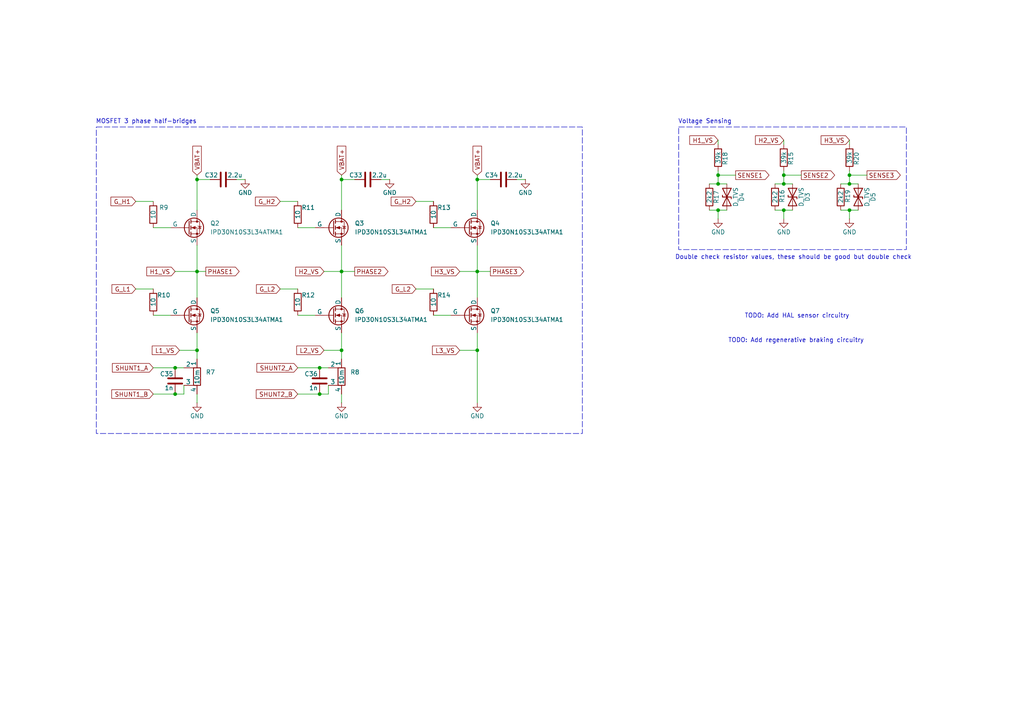
<source format=kicad_sch>
(kicad_sch (version 20250114) (generator "eeschema") (generator_version "9.0")
  (paper "A4")
  (lib_symbols
    (symbol "Device:C" (pin_numbers (hide yes)) (pin_names (offset 0.254))
      (property "Reference" "C" (at 0.635 2.54 0))
      (property "Value" "C" (at 0.635 -2.54 0))
      (symbol "C_0_1"
        (polyline (pts (xy -2.032 0.762) (xy 2.032 0.762)) (stroke (width 0.508)))
        (polyline (pts (xy -2.032 -0.762) (xy 2.032 -0.762)) (stroke (width 0.508)))
      )
      (symbol "C_1_1"
        (pin passive line (at 0 3.81 270) (length 2.794) (name "~") (number "1"))
        (pin passive line (at 0 -3.81 90) (length 2.794) (name "~") (number "2"))
      )
    )
    (symbol "Device:D_TVS" (pin_numbers (hide yes)) (pin_names (offset 1.016) (hide yes))
      (property "Reference" "D" (at 0 2.54 0))
      (property "Value" "D_TVS" (at 0 -2.54 0))
      (symbol "D_TVS_0_1"
        (polyline (pts (xy -2.54 1.27) (xy -2.54 -1.27) (xy 2.54 1.27) (xy 2.54 -1.27) (xy -2.54 1.27)) (stroke (width 0.254)))
        (polyline (pts (xy 0.508 1.27) (xy 0 1.27) (xy 0 -1.27) (xy -0.508 -1.27)) (stroke (width 0.254)))
        (polyline (pts (xy 1.27 0) (xy -1.27 0)))
      )
      (symbol "D_TVS_1_1"
        (pin passive line (at -3.81 0 0) (length 2.54) (name "A1") (number "1"))
        (pin passive line (at 3.81 0 180) (length 2.54) (name "A2") (number "2"))
      )
    )
    (symbol "Device:R" (pin_numbers (hide yes)) (pin_names (offset 0))
      (property "Reference" "R" (at 2.032 0 90))
      (property "Value" "R" (at 0 0 90))
      (symbol "R_0_1"
        (rectangle (start -1.016 -2.54) (end 1.016 2.54) (stroke (width 0.254)))
      )
      (symbol "R_1_1"
        (pin passive line (at 0 3.81 270) (length 1.27) (name "~") (number "1"))
        (pin passive line (at 0 -3.81 90) (length 1.27) (name "~") (number "2"))
      )
    )
    (symbol "Device:R_Shunt" (pin_numbers (hide yes)) (pin_names (offset 0))
      (property "Reference" "R" (at -4.445 0 90))
      (property "Value" "R_Shunt" (at -2.54 0 90))
      (symbol "R_Shunt_0_1"
        (rectangle (start -1.016 -2.54) (end 1.016 2.54) (stroke (width 0.254)))
        (polyline (pts (xy 0 -2.54) (xy 1.27 -2.54)))
        (polyline (pts (xy 1.27 2.54) (xy 0 2.54)))
      )
      (symbol "R_Shunt_1_1"
        (pin passive line (at 0 5.08 270) (length 2.54) (name "1") (number "1"))
        (pin passive line (at 0 -5.08 90) (length 2.54) (name "4") (number "4"))
        (pin passive line (at 3.81 2.54 180) (length 2.54) (name "2") (number "2"))
        (pin passive line (at 3.81 -2.54 180) (length 2.54) (name "3") (number "3"))
      )
    )
    (symbol "Simulation_SPICE:NMOS" (pin_numbers (hide yes)) (pin_names (offset 0))
      (property "Reference" "Q" (at 5.08 1.27 0))
      (property "Value" "NMOS" (at 5.08 -1.27 0))
      (symbol "NMOS_0_1"
        (polyline (pts (xy 0.254 1.905) (xy 0.254 -1.905)) (stroke (width 0.254)))
        (polyline (pts (xy 0.254 0) (xy -2.54 0)))
        (polyline (pts (xy 0.762 2.286) (xy 0.762 1.27)) (stroke (width 0.254)))
        (polyline (pts (xy 0.762 0.508) (xy 0.762 -0.508)) (stroke (width 0.254)))
        (polyline (pts (xy 0.762 -1.27) (xy 0.762 -2.286)) (stroke (width 0.254)))
        (polyline (pts (xy 0.762 -1.778) (xy 3.302 -1.778) (xy 3.302 1.778) (xy 0.762 1.778)))
        (polyline (pts (xy 1.016 0) (xy 2.032 0.381) (xy 2.032 -0.381) (xy 1.016 0)) (fill (type outline)))
        (circle (center 1.651 0) (radius 2.794) (stroke (width 0.254)))
        (polyline (pts (xy 2.54 2.54) (xy 2.54 1.778)))
        (circle (center 2.54 1.778) (radius 0.254) (fill (type outline)))
        (circle (center 2.54 -1.778) (radius 0.254) (fill (type outline)))
        (polyline (pts (xy 2.54 -2.54) (xy 2.54 0) (xy 0.762 0)))
        (polyline (pts (xy 2.794 0.508) (xy 2.921 0.381) (xy 3.683 0.381) (xy 3.81 0.254)))
        (polyline (pts (xy 3.302 0.381) (xy 2.921 -0.254) (xy 3.683 -0.254) (xy 3.302 0.381)))
      )
      (symbol "NMOS_1_1"
        (pin input line (at -5.08 0 0) (length 2.54) (name "G") (number "2"))
        (pin passive line (at 2.54 5.08 270) (length 2.54) (name "D") (number "1"))
        (pin passive line (at 2.54 -5.08 90) (length 2.54) (name "S") (number "3"))
      )
    )
    (symbol "power:GND" (power) (pin_numbers (hide yes)) (pin_names (offset 0) (hide yes))
      (property "Value" "GND" (at 0 -3.81 0))
      (symbol "GND_0_1"
        (polyline (pts (xy 0 0) (xy 0 -1.27) (xy 1.27 -1.27) (xy 0 -2.54) (xy -1.27 -1.27) (xy 0 -1.27)))
      )
      (symbol "GND_1_1"
        (pin power_in line (at 0 0 270) (length 0) (name "~") (number "1"))
      )
    )
  )
  (rectangle (start 196.85 36.83) (end 262.89 72.39) (stroke (width 0) (type dash)))
  (rectangle (start 27.94 36.83) (end 168.91 125.73) (stroke (width 0) (type dash)))
  (text "Double check resistor values, these should be good but double check" (at 230.124 74.676 0) (effects (font (size 1.27 1.27))))
  (text "Voltage Sensing\n" (at 204.47 35.306 0) (effects (font (size 1.27 1.27))))
  (text "TODO: Add regenerative braking circuitry" (at 230.886 98.806 0) (effects (font (size 1.27 1.27))))
  (text "TODO: Add HAL sensor circuitry \n" (at 231.648 91.694 0) (effects (font (size 1.27 1.27))))
  (text "MOSFET 3 phase half-bridges" (at 42.418 35.306 0) (effects (font (size 1.27 1.27))))
  (junction (at 227.33 50.8))
  (junction (at 246.38 50.8))
  (junction (at 138.43 78.74))
  (junction (at 208.28 50.8))
  (junction (at 208.28 60.96))
  (junction (at 50.8 114.3))
  (junction (at 246.38 60.96))
  (junction (at 57.15 101.6))
  (junction (at 227.33 60.96))
  (junction (at 208.28 53.34))
  (junction (at 92.71 106.68))
  (junction (at 57.15 78.74))
  (junction (at 99.06 78.74))
  (junction (at 138.43 101.6))
  (junction (at 99.06 52.07))
  (junction (at 138.43 52.07))
  (junction (at 50.8 106.68))
  (junction (at 227.33 53.34))
  (junction (at 92.71 114.3))
  (junction (at 246.38 53.34))
  (junction (at 99.06 101.6))
  (junction (at 57.15 52.07))
  (wire (pts (xy 243.84 60.96) (xy 246.38 60.96)))
  (wire (pts (xy 246.38 40.64) (xy 246.38 41.91)))
  (wire (pts (xy 57.15 52.07) (xy 60.96 52.07)))
  (wire (pts (xy 227.33 63.5) (xy 227.33 60.96)))
  (wire (pts (xy 50.8 78.74) (xy 57.15 78.74)))
  (wire (pts (xy 138.43 52.07) (xy 138.43 60.96)))
  (wire (pts (xy 229.87 60.96) (xy 227.33 60.96)))
  (wire (pts (xy 208.28 63.5) (xy 208.28 60.96)))
  (wire (pts (xy 138.43 52.07) (xy 142.24 52.07)))
  (wire (pts (xy 99.06 78.74) (xy 99.06 86.36)))
  (wire (pts (xy 92.71 106.68) (xy 95.25 106.68)))
  (wire (pts (xy 113.03 52.07) (xy 110.49 52.07)))
  (wire (pts (xy 99.06 50.8) (xy 99.06 52.07)))
  (wire (pts (xy 71.12 52.07) (xy 68.58 52.07)))
  (wire (pts (xy 246.38 53.34) (xy 243.84 53.34)))
  (wire (pts (xy 50.8 114.3) (xy 53.34 114.3)))
  (wire (pts (xy 44.45 66.04) (xy 49.53 66.04)))
  (wire (pts (xy 138.43 101.6) (xy 138.43 96.52)))
  (wire (pts (xy 92.71 114.3) (xy 95.25 114.3)))
  (wire (pts (xy 120.65 58.42) (xy 125.73 58.42)))
  (wire (pts (xy 227.33 50.8) (xy 232.41 50.8)))
  (wire (pts (xy 81.28 58.42) (xy 86.36 58.42)))
  (wire (pts (xy 57.15 52.07) (xy 57.15 60.96)))
  (wire (pts (xy 152.4 52.07) (xy 149.86 52.07)))
  (wire (pts (xy 138.43 71.12) (xy 138.43 78.74)))
  (wire (pts (xy 227.33 53.34) (xy 224.79 53.34)))
  (wire (pts (xy 57.15 78.74) (xy 59.69 78.74)))
  (wire (pts (xy 93.98 78.74) (xy 99.06 78.74)))
  (wire (pts (xy 246.38 49.53) (xy 246.38 50.8)))
  (wire (pts (xy 138.43 116.84) (xy 138.43 101.6)))
  (wire (pts (xy 99.06 96.52) (xy 99.06 101.6)))
  (wire (pts (xy 227.33 50.8) (xy 227.33 53.34)))
  (wire (pts (xy 57.15 116.84) (xy 57.15 114.3)))
  (wire (pts (xy 227.33 40.64) (xy 227.33 41.91)))
  (wire (pts (xy 99.06 52.07) (xy 102.87 52.07)))
  (wire (pts (xy 99.06 116.84) (xy 99.06 114.3)))
  (wire (pts (xy 57.15 101.6) (xy 57.15 104.14)))
  (wire (pts (xy 208.28 53.34) (xy 205.74 53.34)))
  (wire (pts (xy 99.06 101.6) (xy 99.06 104.14)))
  (wire (pts (xy 246.38 63.5) (xy 246.38 60.96)))
  (wire (pts (xy 81.28 83.82) (xy 86.36 83.82)))
  (wire (pts (xy 208.28 50.8) (xy 208.28 53.34)))
  (wire (pts (xy 210.82 60.96) (xy 208.28 60.96)))
  (wire (pts (xy 57.15 71.12) (xy 57.15 78.74)))
  (wire (pts (xy 44.45 114.3) (xy 50.8 114.3)))
  (wire (pts (xy 86.36 106.68) (xy 92.71 106.68)))
  (wire (pts (xy 208.28 40.64) (xy 208.28 41.91)))
  (wire (pts (xy 248.92 60.96) (xy 246.38 60.96)))
  (wire (pts (xy 99.06 71.12) (xy 99.06 78.74)))
  (wire (pts (xy 95.25 114.3) (xy 95.25 111.76)))
  (wire (pts (xy 138.43 78.74) (xy 142.24 78.74)))
  (wire (pts (xy 57.15 50.8) (xy 57.15 52.07)))
  (wire (pts (xy 53.34 114.3) (xy 53.34 111.76)))
  (wire (pts (xy 210.82 53.34) (xy 208.28 53.34)))
  (wire (pts (xy 125.73 66.04) (xy 130.81 66.04)))
  (wire (pts (xy 44.45 106.68) (xy 50.8 106.68)))
  (wire (pts (xy 39.37 58.42) (xy 44.45 58.42)))
  (wire (pts (xy 57.15 78.74) (xy 57.15 86.36)))
  (wire (pts (xy 205.74 60.96) (xy 208.28 60.96)))
  (wire (pts (xy 99.06 52.07) (xy 99.06 60.96)))
  (wire (pts (xy 86.36 66.04) (xy 91.44 66.04)))
  (wire (pts (xy 50.8 106.68) (xy 53.34 106.68)))
  (wire (pts (xy 138.43 50.8) (xy 138.43 52.07)))
  (wire (pts (xy 120.65 83.82) (xy 125.73 83.82)))
  (wire (pts (xy 99.06 78.74) (xy 102.87 78.74)))
  (wire (pts (xy 86.36 114.3) (xy 92.71 114.3)))
  (wire (pts (xy 44.45 91.44) (xy 49.53 91.44)))
  (wire (pts (xy 229.87 53.34) (xy 227.33 53.34)))
  (wire (pts (xy 224.79 60.96) (xy 227.33 60.96)))
  (wire (pts (xy 208.28 50.8) (xy 213.36 50.8)))
  (wire (pts (xy 57.15 96.52) (xy 57.15 101.6)))
  (wire (pts (xy 248.92 53.34) (xy 246.38 53.34)))
  (wire (pts (xy 208.28 49.53) (xy 208.28 50.8)))
  (wire (pts (xy 227.33 49.53) (xy 227.33 50.8)))
  (wire (pts (xy 133.35 78.74) (xy 138.43 78.74)))
  (wire (pts (xy 246.38 50.8) (xy 251.46 50.8)))
  (wire (pts (xy 93.98 101.6) (xy 99.06 101.6)))
  (wire (pts (xy 138.43 78.74) (xy 138.43 86.36)))
  (wire (pts (xy 246.38 50.8) (xy 246.38 53.34)))
  (wire (pts (xy 52.07 101.6) (xy 57.15 101.6)))
  (wire (pts (xy 133.35 101.6) (xy 138.43 101.6)))
  (wire (pts (xy 39.37 83.82) (xy 44.45 83.82)))
  (wire (pts (xy 125.73 91.44) (xy 130.81 91.44)))
  (wire (pts (xy 86.36 91.44) (xy 91.44 91.44)))
  (global_label "PHASE1" (shape output) (at 59.69 78.74 0) (property "Intersheetrefs" "${INTERSHEET_REFS}" (effects (hide yes))))
  (global_label "H1_VS" (shape input) (at 208.28 40.64 180) (property "Intersheetrefs" "${INTERSHEET_REFS}" (effects (hide yes))))
  (global_label "SHUNT2_B" (shape input) (at 86.36 114.3 180) (property "Intersheetrefs" "${INTERSHEET_REFS}" (effects (hide yes))))
  (global_label "G_H2" (shape input) (at 81.28 58.42 180) (property "Intersheetrefs" "${INTERSHEET_REFS}" (effects (hide yes))))
  (global_label "H2_VS" (shape input) (at 93.98 78.74 180) (property "Intersheetrefs" "${INTERSHEET_REFS}" (effects (hide yes))))
  (global_label "PHASE2" (shape output) (at 102.87 78.74 0) (property "Intersheetrefs" "${INTERSHEET_REFS}" (effects (hide yes))))
  (global_label "G_L2" (shape input) (at 81.28 83.82 180) (property "Intersheetrefs" "${INTERSHEET_REFS}" (effects (hide yes))))
  (global_label "SENSE2" (shape output) (at 232.41 50.8 0) (property "Intersheetrefs" "${INTERSHEET_REFS}" (effects (hide yes))))
  (global_label "H3_VS" (shape input) (at 133.35 78.74 180) (property "Intersheetrefs" "${INTERSHEET_REFS}" (effects (hide yes))))
  (global_label "G_L2" (shape input) (at 120.65 83.82 180) (property "Intersheetrefs" "${INTERSHEET_REFS}" (effects (hide yes))))
  (global_label "SHUNT1_A" (shape input) (at 44.45 106.68 180) (property "Intersheetrefs" "${INTERSHEET_REFS}" (effects (hide yes))))
  (global_label "G_H2" (shape input) (at 120.65 58.42 180) (property "Intersheetrefs" "${INTERSHEET_REFS}" (effects (hide yes))))
  (global_label "G_L1" (shape input) (at 39.37 83.82 180) (property "Intersheetrefs" "${INTERSHEET_REFS}" (effects (hide yes))))
  (global_label "SHUNT2_A" (shape input) (at 86.36 106.68 180) (property "Intersheetrefs" "${INTERSHEET_REFS}" (effects (hide yes))))
  (global_label "L2_VS" (shape input) (at 93.98 101.6 180) (property "Intersheetrefs" "${INTERSHEET_REFS}" (effects (hide yes))))
  (global_label "H2_VS" (shape input) (at 227.33 40.64 180) (property "Intersheetrefs" "${INTERSHEET_REFS}" (effects (hide yes))))
  (global_label "VBAT+" (shape input) (at 99.06 50.8 90) (property "Intersheetrefs" "${INTERSHEET_REFS}" (effects (hide yes))))
  (global_label "L1_VS" (shape input) (at 52.07 101.6 180) (property "Intersheetrefs" "${INTERSHEET_REFS}" (effects (hide yes))))
  (global_label "G_H1" (shape input) (at 39.37 58.42 180) (property "Intersheetrefs" "${INTERSHEET_REFS}" (effects (hide yes))))
  (global_label "SENSE1" (shape output) (at 213.36 50.8 0) (property "Intersheetrefs" "${INTERSHEET_REFS}" (effects (hide yes))))
  (global_label "PHASE3" (shape output) (at 142.24 78.74 0) (property "Intersheetrefs" "${INTERSHEET_REFS}" (effects (hide yes))))
  (global_label "L3_VS" (shape input) (at 133.35 101.6 180) (property "Intersheetrefs" "${INTERSHEET_REFS}" (effects (hide yes))))
  (global_label "H3_VS" (shape input) (at 246.38 40.64 180) (property "Intersheetrefs" "${INTERSHEET_REFS}" (effects (hide yes))))
  (global_label "H1_VS" (shape input) (at 50.8 78.74 180) (property "Intersheetrefs" "${INTERSHEET_REFS}" (effects (hide yes))))
  (global_label "VBAT+" (shape input) (at 138.43 50.8 90) (property "Intersheetrefs" "${INTERSHEET_REFS}" (effects (hide yes))))
  (global_label "SHUNT1_B" (shape input) (at 44.45 114.3 180) (property "Intersheetrefs" "${INTERSHEET_REFS}" (effects (hide yes))))
  (global_label "SENSE3" (shape output) (at 251.46 50.8 0) (property "Intersheetrefs" "${INTERSHEET_REFS}" (effects (hide yes))))
  (global_label "VBAT+" (shape input) (at 57.15 50.8 90) (property "Intersheetrefs" "${INTERSHEET_REFS}" (effects (hide yes))))
  (symbol (lib_id "Device:R") (at 44.45 62.23 180) (unit 1)
    (property "Reference" "R9" (at 47.498 60.198 0))
    (property "Value" "10" (at 44.45 62.23 90))
    (property "Description" "Resistor" (effects (hide yes)))
  )
  (symbol (lib_id "power:GND") (at 152.4 52.07 0) (unit 1)
    (property "Reference" "#PWR028" (effects (hide yes)))
    (property "Value" "GND" (at 152.4 55.88 0))
    (property "Description" "Power symbol creates a global label with name \"GND\" , ground" (effects (hide yes)))
  )
  (symbol (lib_id "Device:D_TVS") (at 229.87 57.15 270) (unit 1)
    (property "Reference" "D3" (at 234.188 57.15 0))
    (property "Value" "D_TVS" (at 232.41 57.15 0))
    (property "Description" "Bidirectional transient-voltage-suppression diode" (effects (hide yes)))
  )
  (symbol (lib_id "power:GND") (at 138.43 116.84 0) (unit 1)
    (property "Reference" "#PWR030" (effects (hide yes)))
    (property "Value" "GND" (at 138.43 120.65 0))
    (property "Description" "Power symbol creates a global label with name \"GND\" , ground" (effects (hide yes)))
  )
  (symbol (lib_id "Device:R") (at 86.36 62.23 180) (unit 1)
    (property "Reference" "R11" (at 89.408 60.198 0))
    (property "Value" "10" (at 86.36 62.23 90))
    (property "Description" "Resistor" (effects (hide yes)))
  )
  (symbol (lib_id "Device:R_Shunt") (at 57.15 109.22 0) (mirror y) (unit 1)
    (property "Reference" "R7" (at 59.69 107.9499 0) (effects (justify right)))
    (property "Value" "10m" (at 57.15 107.188 90) (effects (justify right)))
    (property "Description" "Shunt resistor" (effects (hide yes)))
  )
  (symbol (lib_id "Device:R_Shunt") (at 99.06 109.22 0) (mirror y) (unit 1)
    (property "Reference" "R8" (at 101.6 107.9499 0) (effects (justify right)))
    (property "Value" "10m" (at 99.06 107.188 90) (effects (justify right)))
    (property "Description" "Shunt resistor" (effects (hide yes)))
  )
  (symbol (lib_id "Device:R") (at 86.36 87.63 180) (unit 1)
    (property "Reference" "R12" (at 89.408 85.598 0))
    (property "Value" "10" (at 86.36 87.63 90))
    (property "Description" "Resistor" (effects (hide yes)))
  )
  (symbol (lib_id "Device:C") (at 50.8 110.49 180) (unit 1)
    (property "Reference" "C35" (at 50.292 108.458 0) (effects (justify left)))
    (property "Value" "1n" (at 50.292 112.522 0) (effects (justify left)))
    (property "Description" "Unpolarized capacitor" (effects (hide yes)))
  )
  (symbol (lib_id "Device:C") (at 64.77 52.07 90) (unit 1)
    (property "Reference" "C32" (at 63.246 50.8 90) (effects (justify left)))
    (property "Value" "2.2u" (at 70.358 50.8 90) (effects (justify left)))
    (property "Description" "Unpolarized capacitor" (effects (hide yes)))
  )
  (symbol (lib_id "Device:C") (at 146.05 52.07 90) (unit 1)
    (property "Reference" "C34" (at 144.526 50.8 90) (effects (justify left)))
    (property "Value" "2.2u" (at 151.638 50.8 90) (effects (justify left)))
    (property "Description" "Unpolarized capacitor" (effects (hide yes)))
  )
  (symbol (lib_id "power:GND") (at 71.12 52.07 0) (unit 1)
    (property "Reference" "#PWR026" (effects (hide yes)))
    (property "Value" "GND" (at 71.12 55.88 0))
    (property "Description" "Power symbol creates a global label with name \"GND\" , ground" (effects (hide yes)))
  )
  (symbol (lib_id "Device:R") (at 205.74 57.15 180) (unit 1)
    (property "Reference" "R17" (at 207.772 57.15 90))
    (property "Value" "2k2" (at 205.74 57.15 90))
    (property "Description" "Resistor" (effects (hide yes)))
  )
  (symbol (lib_id "power:GND") (at 227.33 63.5 0) (unit 1)
    (property "Reference" "#PWR031" (effects (hide yes)))
    (property "Value" "GND" (at 227.33 67.31 0))
    (property "Description" "Power symbol creates a global label with name \"GND\" , ground" (effects (hide yes)))
  )
  (symbol (lib_id "power:GND") (at 208.28 63.5 0) (unit 1)
    (property "Reference" "#PWR032" (effects (hide yes)))
    (property "Value" "GND" (at 208.28 67.31 0))
    (property "Description" "Power symbol creates a global label with name \"GND\" , ground" (effects (hide yes)))
  )
  (symbol (lib_id "Device:C") (at 92.71 110.49 180) (unit 1)
    (property "Reference" "C36" (at 92.202 108.458 0) (effects (justify left)))
    (property "Value" "1n" (at 92.202 112.522 0) (effects (justify left)))
    (property "Description" "Unpolarized capacitor" (effects (hide yes)))
  )
  (symbol (lib_id "Simulation_SPICE:NMOS") (at 54.61 66.04 0) (unit 1)
    (property "Reference" "Q2" (at 60.96 64.7699 0) (effects (justify left)))
    (property "Value" "IPD30N10S3L34ATMA1" (at 60.96 67.3099 0) (effects (justify left)))
    (property "Datasheet" "https://www.digikey.com/en/products/detail/infineon-technologies/IPD30N10S3L34ATMA1/2231135" (effects (hide yes)))
    (property "Description" "N-MOSFET transistor, drain/source/gate" (effects (hide yes)))
    (property "Sim.Device" "NMOS" (effects (hide yes)))
    (property "Sim.Type" "VDMOS" (effects (hide yes)))
    (property "Sim.Pins" "1=D 2=G 3=S" (effects (hide yes)))
  )
  (symbol (lib_id "Device:R") (at 224.79 57.15 180) (unit 1)
    (property "Reference" "R16" (at 226.822 56.896 90))
    (property "Value" "2k2" (at 224.79 57.15 90))
    (property "Description" "Resistor" (effects (hide yes)))
  )
  (symbol (lib_id "Device:D_TVS") (at 248.92 57.15 270) (unit 1)
    (property "Reference" "D5" (at 253.238 57.15 0))
    (property "Value" "D_TVS" (at 251.46 57.15 0))
    (property "Description" "Bidirectional transient-voltage-suppression diode" (effects (hide yes)))
  )
  (symbol (lib_id "Device:R") (at 246.38 45.72 180) (unit 1)
    (property "Reference" "R20" (at 248.412 45.974 90))
    (property "Value" "39k" (at 246.38 45.72 90))
    (property "Description" "Resistor" (effects (hide yes)))
  )
  (symbol (lib_id "Device:C") (at 106.68 52.07 90) (unit 1)
    (property "Reference" "C33" (at 105.156 50.8 90) (effects (justify left)))
    (property "Value" "2.2u" (at 112.268 50.8 90) (effects (justify left)))
    (property "Description" "Unpolarized capacitor" (effects (hide yes)))
  )
  (symbol (lib_id "power:GND") (at 99.06 116.84 0) (unit 1)
    (property "Reference" "#PWR029" (effects (hide yes)))
    (property "Value" "GND" (at 99.06 120.65 0))
    (property "Description" "Power symbol creates a global label with name \"GND\" , ground" (effects (hide yes)))
  )
  (symbol (lib_id "power:GND") (at 57.15 116.84 0) (unit 1)
    (property "Reference" "#PWR025" (effects (hide yes)))
    (property "Value" "GND" (at 57.15 120.65 0))
    (property "Description" "Power symbol creates a global label with name \"GND\" , ground" (effects (hide yes)))
  )
  (symbol (lib_id "Simulation_SPICE:NMOS") (at 96.52 91.44 0) (unit 1)
    (property "Reference" "Q6" (at 102.87 90.1699 0) (effects (justify left)))
    (property "Value" "IPD30N10S3L34ATMA1" (at 102.87 92.7099 0) (effects (justify left)))
    (property "Datasheet" "https://www.digikey.com/en/products/detail/infineon-technologies/IPD30N10S3L34ATMA1/2231135" (effects (hide yes)))
    (property "Description" "N-MOSFET transistor, drain/source/gate" (effects (hide yes)))
    (property "Sim.Device" "NMOS" (effects (hide yes)))
    (property "Sim.Type" "VDMOS" (effects (hide yes)))
    (property "Sim.Pins" "1=D 2=G 3=S" (effects (hide yes)))
  )
  (symbol (lib_id "Device:R") (at 125.73 87.63 180) (unit 1)
    (property "Reference" "R14" (at 128.778 85.598 0))
    (property "Value" "10" (at 125.73 87.63 90))
    (property "Description" "Resistor" (effects (hide yes)))
  )
  (symbol (lib_id "Simulation_SPICE:NMOS") (at 96.52 66.04 0) (unit 1)
    (property "Reference" "Q3" (at 102.87 64.7699 0) (effects (justify left)))
    (property "Value" "IPD30N10S3L34ATMA1" (at 102.87 67.3099 0) (effects (justify left)))
    (property "Datasheet" "https://www.digikey.com/en/products/detail/infineon-technologies/IPD30N10S3L34ATMA1/2231135" (effects (hide yes)))
    (property "Description" "N-MOSFET transistor, drain/source/gate" (effects (hide yes)))
    (property "Sim.Device" "NMOS" (effects (hide yes)))
    (property "Sim.Type" "VDMOS" (effects (hide yes)))
    (property "Sim.Pins" "1=D 2=G 3=S" (effects (hide yes)))
  )
  (symbol (lib_id "Device:R") (at 243.84 57.15 180) (unit 1)
    (property "Reference" "R19" (at 245.872 56.896 90))
    (property "Value" "2k2" (at 243.84 57.15 90))
    (property "Description" "Resistor" (effects (hide yes)))
  )
  (symbol (lib_id "Simulation_SPICE:NMOS") (at 135.89 66.04 0) (unit 1)
    (property "Reference" "Q4" (at 142.24 64.7699 0) (effects (justify left)))
    (property "Value" "IPD30N10S3L34ATMA1" (at 142.24 67.3099 0) (effects (justify left)))
    (property "Datasheet" "https://www.digikey.com/en/products/detail/infineon-technologies/IPD30N10S3L34ATMA1/2231135" (effects (hide yes)))
    (property "Description" "N-MOSFET transistor, drain/source/gate" (effects (hide yes)))
    (property "Sim.Device" "NMOS" (effects (hide yes)))
    (property "Sim.Type" "VDMOS" (effects (hide yes)))
    (property "Sim.Pins" "1=D 2=G 3=S" (effects (hide yes)))
  )
  (symbol (lib_id "Simulation_SPICE:NMOS") (at 135.89 91.44 0) (unit 1)
    (property "Reference" "Q7" (at 142.24 90.1699 0) (effects (justify left)))
    (property "Value" "IPD30N10S3L34ATMA1" (at 142.24 92.7099 0) (effects (justify left)))
    (property "Datasheet" "https://www.digikey.com/en/products/detail/infineon-technologies/IPD30N10S3L34ATMA1/2231135" (effects (hide yes)))
    (property "Description" "N-MOSFET transistor, drain/source/gate" (effects (hide yes)))
    (property "Sim.Device" "NMOS" (effects (hide yes)))
    (property "Sim.Type" "VDMOS" (effects (hide yes)))
    (property "Sim.Pins" "1=D 2=G 3=S" (effects (hide yes)))
  )
  (symbol (lib_id "Simulation_SPICE:NMOS") (at 54.61 91.44 0) (unit 1)
    (property "Reference" "Q5" (at 60.96 90.1699 0) (effects (justify left)))
    (property "Value" "IPD30N10S3L34ATMA1" (at 60.96 92.7099 0) (effects (justify left)))
    (property "Datasheet" "https://www.digikey.com/en/products/detail/infineon-technologies/IPD30N10S3L34ATMA1/2231135" (effects (hide yes)))
    (property "Description" "N-MOSFET transistor, drain/source/gate" (effects (hide yes)))
    (property "Sim.Device" "NMOS" (effects (hide yes)))
    (property "Sim.Type" "VDMOS" (effects (hide yes)))
    (property "Sim.Pins" "1=D 2=G 3=S" (effects (hide yes)))
  )
  (symbol (lib_id "Device:R") (at 208.28 45.72 180) (unit 1)
    (property "Reference" "R18" (at 210.312 45.974 90))
    (property "Value" "39k" (at 208.28 45.72 90))
    (property "Description" "Resistor" (effects (hide yes)))
  )
  (symbol (lib_id "power:GND") (at 113.03 52.07 0) (unit 1)
    (property "Reference" "#PWR027" (effects (hide yes)))
    (property "Value" "GND" (at 113.03 55.88 0))
    (property "Description" "Power symbol creates a global label with name \"GND\" , ground" (effects (hide yes)))
  )
  (symbol (lib_id "Device:R") (at 125.73 62.23 180) (unit 1)
    (property "Reference" "R13" (at 128.778 60.198 0))
    (property "Value" "10" (at 125.73 62.23 90))
    (property "Description" "Resistor" (effects (hide yes)))
  )
  (symbol (lib_id "power:GND") (at 246.38 63.5 0) (unit 1)
    (property "Reference" "#PWR033" (effects (hide yes)))
    (property "Value" "GND" (at 246.38 67.31 0))
    (property "Description" "Power symbol creates a global label with name \"GND\" , ground" (effects (hide yes)))
  )
  (symbol (lib_id "Device:D_TVS") (at 210.82 57.15 270) (unit 1)
    (property "Reference" "D4" (at 215.138 57.15 0))
    (property "Value" "D_TVS" (at 213.36 57.15 0))
    (property "Description" "Bidirectional transient-voltage-suppression diode" (effects (hide yes)))
  )
  (symbol (lib_id "Device:R") (at 227.33 45.72 180) (unit 1)
    (property "Reference" "R15" (at 229.362 45.974 90))
    (property "Value" "39k" (at 227.33 45.72 90))
    (property "Description" "Resistor" (effects (hide yes)))
  )
  (symbol (lib_id "Device:R") (at 44.45 87.63 180) (unit 1)
    (property "Reference" "R10" (at 47.498 85.598 0))
    (property "Value" "10" (at 44.45 87.63 90))
    (property "Description" "Resistor" (effects (hide yes)))
  )
)
</source>
